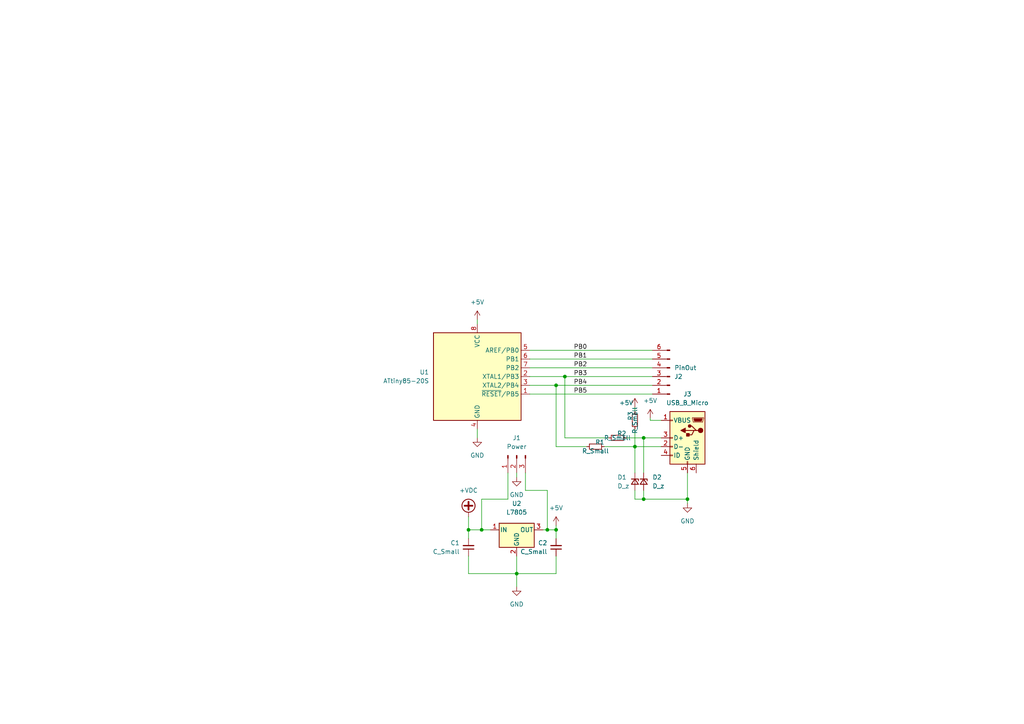
<source format=kicad_sch>
(kicad_sch (version 20211123) (generator eeschema)
  (paper "A4")
  (lib_symbols
    (symbol "Connector:Conn_01x03_Male" (pin_names (offset 1.016) hide)
      (property "Reference" "J" (at 0 5.08 0))
      (property "Value" "Conn_01x03_Male" (at 0 -5.08 0))
      (symbol "Conn_01x03_Male_1_1"
        (polyline (pts (xy 1.27 -2.54) (xy 0.8636 -2.54)) (stroke (width 0.1524)))
        (polyline (pts (xy 1.27 0) (xy 0.8636 0)) (stroke (width 0.1524)))
        (polyline (pts (xy 1.27 2.54) (xy 0.8636 2.54)) (stroke (width 0.1524)))
        (rectangle (start 0.8636 -2.413) (end 0 -2.667) (stroke (width 0.1524)) (fill (type outline)))
        (rectangle (start 0.8636 0.127) (end 0 -0.127) (stroke (width 0.1524)) (fill (type outline)))
        (rectangle (start 0.8636 2.667) (end 0 2.413) (stroke (width 0.1524)) (fill (type outline)))
        (pin passive line (at 5.08 2.54 180) (length 3.81) (name "Pin_1") (number "1"))
        (pin passive line (at 5.08 0 180) (length 3.81) (name "Pin_2") (number "2"))
        (pin passive line (at 5.08 -2.54 180) (length 3.81) (name "Pin_3") (number "3"))
      )
    )
    (symbol "Connector:Conn_01x06_Male" (pin_names (offset 1.016) hide)
      (property "Reference" "J" (at 0 7.62 0))
      (property "Value" "Conn_01x06_Male" (at 0 -10.16 0))
      (symbol "Conn_01x06_Male_1_1"
        (polyline (pts (xy 1.27 -7.62) (xy 0.8636 -7.62)) (stroke (width 0.1524)))
        (polyline (pts (xy 1.27 -5.08) (xy 0.8636 -5.08)) (stroke (width 0.1524)))
        (polyline (pts (xy 1.27 -2.54) (xy 0.8636 -2.54)) (stroke (width 0.1524)))
        (polyline (pts (xy 1.27 0) (xy 0.8636 0)) (stroke (width 0.1524)))
        (polyline (pts (xy 1.27 2.54) (xy 0.8636 2.54)) (stroke (width 0.1524)))
        (polyline (pts (xy 1.27 5.08) (xy 0.8636 5.08)) (stroke (width 0.1524)))
        (rectangle (start 0.8636 -7.493) (end 0 -7.747) (stroke (width 0.1524)) (fill (type outline)))
        (rectangle (start 0.8636 -4.953) (end 0 -5.207) (stroke (width 0.1524)) (fill (type outline)))
        (rectangle (start 0.8636 -2.413) (end 0 -2.667) (stroke (width 0.1524)) (fill (type outline)))
        (rectangle (start 0.8636 0.127) (end 0 -0.127) (stroke (width 0.1524)) (fill (type outline)))
        (rectangle (start 0.8636 2.667) (end 0 2.413) (stroke (width 0.1524)) (fill (type outline)))
        (rectangle (start 0.8636 5.207) (end 0 4.953) (stroke (width 0.1524)) (fill (type outline)))
        (pin passive line (at 5.08 5.08 180) (length 3.81) (name "Pin_1") (number "1"))
        (pin passive line (at 5.08 2.54 180) (length 3.81) (name "Pin_2") (number "2"))
        (pin passive line (at 5.08 0 180) (length 3.81) (name "Pin_3") (number "3"))
        (pin passive line (at 5.08 -2.54 180) (length 3.81) (name "Pin_4") (number "4"))
        (pin passive line (at 5.08 -5.08 180) (length 3.81) (name "Pin_5") (number "5"))
        (pin passive line (at 5.08 -7.62 180) (length 3.81) (name "Pin_6") (number "6"))
      )
    )
    (symbol "Connector:USB_B_Micro" (pin_names (offset 1.016))
      (property "Reference" "J" (at -5.08 11.43 0))
      (property "Value" "USB_B_Micro" (at -5.08 8.89 0))
      (symbol "USB_B_Micro_0_1"
        (rectangle (start -5.08 -7.62) (end 5.08 7.62) (stroke (width 0.254)) (fill (type background)))
        (circle (center -3.81 2.159) (radius 0.635) (stroke (width 0.254)) (fill (type outline)))
        (circle (center -0.635 3.429) (radius 0.381) (stroke (width 0.254)) (fill (type outline)))
        (rectangle (start -0.127 -7.62) (end 0.127 -6.858))
        (polyline (pts (xy -1.905 2.159) (xy 0.635 2.159)) (stroke (width 0.254)))
        (polyline (pts (xy -3.175 2.159) (xy -2.54 2.159) (xy -1.27 3.429) (xy -0.635 3.429)) (stroke (width 0.254)))
        (polyline (pts (xy -2.54 2.159) (xy -1.905 2.159) (xy -1.27 0.889) (xy 0 0.889)) (stroke (width 0.254)))
        (polyline (pts (xy 0.635 2.794) (xy 0.635 1.524) (xy 1.905 2.159) (xy 0.635 2.794)) (stroke (width 0.254)) (fill (type outline)))
        (polyline (pts (xy -4.318 5.588) (xy -1.778 5.588) (xy -2.032 4.826) (xy -4.064 4.826) (xy -4.318 5.588)) (fill (type outline)))
        (polyline (pts (xy -4.699 5.842) (xy -4.699 5.588) (xy -4.445 4.826) (xy -4.445 4.572) (xy -1.651 4.572) (xy -1.651 4.826) (xy -1.397 5.588) (xy -1.397 5.842) (xy -4.699 5.842)))
        (rectangle (start 0.254 1.27) (end -0.508 0.508) (stroke (width 0.254)) (fill (type outline)))
        (rectangle (start 5.08 -5.207) (end 4.318 -4.953))
        (rectangle (start 5.08 -2.667) (end 4.318 -2.413))
        (rectangle (start 5.08 -0.127) (end 4.318 0.127))
        (rectangle (start 5.08 4.953) (end 4.318 5.207))
      )
      (symbol "USB_B_Micro_1_1"
        (pin power_out line (at 7.62 5.08 180) (length 2.54) (name "VBUS") (number "1"))
        (pin bidirectional line (at 7.62 -2.54 180) (length 2.54) (name "D-") (number "2"))
        (pin bidirectional line (at 7.62 0 180) (length 2.54) (name "D+") (number "3"))
        (pin passive line (at 7.62 -5.08 180) (length 2.54) (name "ID") (number "4"))
        (pin power_out line (at 0 -10.16 90) (length 2.54) (name "GND") (number "5"))
        (pin passive line (at -2.54 -10.16 90) (length 2.54) (name "Shield") (number "6"))
      )
    )
    (symbol "Device:C_Small" (pin_numbers hide) (pin_names (offset 0.254) hide)
      (property "Reference" "C" (at 0.254 1.778 0))
      (property "Value" "C_Small" (at 0.254 -2.032 0))
      (symbol "C_Small_0_1"
        (polyline (pts (xy -1.524 -0.508) (xy 1.524 -0.508)) (stroke (width 0.3302)))
        (polyline (pts (xy -1.524 0.508) (xy 1.524 0.508)) (stroke (width 0.3048)))
      )
      (symbol "C_Small_1_1"
        (pin passive line (at 0 2.54 270) (length 2.032) (name "~") (number "1"))
        (pin passive line (at 0 -2.54 90) (length 2.032) (name "~") (number "2"))
      )
    )
    (symbol "Device:D_Zener_Small" (pin_numbers hide) (pin_names (offset 0.254) hide)
      (property "Reference" "D" (at 0 2.286 0))
      (property "Value" "D_Zener_Small" (at 0 -2.286 0))
      (symbol "D_Zener_Small_0_1"
        (polyline (pts (xy 0.762 0) (xy -0.762 0)))
        (polyline (pts (xy -0.254 1.016) (xy -0.762 1.016) (xy -0.762 -1.016)) (stroke (width 0.254)))
        (polyline (pts (xy 0.762 1.016) (xy -0.762 0) (xy 0.762 -1.016) (xy 0.762 1.016)) (stroke (width 0.254)))
      )
      (symbol "D_Zener_Small_1_1"
        (pin passive line (at -2.54 0 0) (length 1.778) (name "K") (number "1"))
        (pin passive line (at 2.54 0 180) (length 1.778) (name "A") (number "2"))
      )
    )
    (symbol "Device:R_Small" (pin_numbers hide) (pin_names (offset 0.254) hide)
      (property "Reference" "R" (at 0.762 0.508 0))
      (property "Value" "R_Small" (at 0.762 -1.016 0))
      (symbol "R_Small_0_1"
        (rectangle (start -0.762 1.778) (end 0.762 -1.778) (stroke (width 0.2032)))
      )
      (symbol "R_Small_1_1"
        (pin passive line (at 0 2.54 270) (length 0.762) (name "~") (number "1"))
        (pin passive line (at 0 -2.54 90) (length 0.762) (name "~") (number "2"))
      )
    )
    (symbol "MCU_Microchip_ATtiny:ATtiny85-20S"
      (property "Reference" "U" (at -12.7 13.97 0))
      (property "Value" "ATtiny85-20S" (at 2.54 -13.97 0))
      (symbol "ATtiny85-20S_0_1"
        (rectangle (start -12.7 -12.7) (end 12.7 12.7) (stroke (width 0.254)) (fill (type background)))
      )
      (symbol "ATtiny85-20S_1_1"
        (pin bidirectional line (at 15.24 -5.08 180) (length 2.54) (name "~{RESET}/PB5") (number "1"))
        (pin bidirectional line (at 15.24 0 180) (length 2.54) (name "XTAL1/PB3") (number "2"))
        (pin bidirectional line (at 15.24 -2.54 180) (length 2.54) (name "XTAL2/PB4") (number "3"))
        (pin power_in line (at 0 -15.24 90) (length 2.54) (name "GND") (number "4"))
        (pin bidirectional line (at 15.24 7.62 180) (length 2.54) (name "AREF/PB0") (number "5"))
        (pin bidirectional line (at 15.24 5.08 180) (length 2.54) (name "PB1") (number "6"))
        (pin bidirectional line (at 15.24 2.54 180) (length 2.54) (name "PB2") (number "7"))
        (pin power_in line (at 0 15.24 270) (length 2.54) (name "VCC") (number "8"))
      )
    )
    (symbol "Regulator_Linear:L7805" (pin_names (offset 0.254))
      (property "Reference" "U" (at -3.81 3.175 0))
      (property "Value" "L7805" (at 0 3.175 0))
      (symbol "L7805_0_1"
        (rectangle (start -5.08 1.905) (end 5.08 -5.08) (stroke (width 0.254)) (fill (type background)))
      )
      (symbol "L7805_1_1"
        (pin power_in line (at -7.62 0 0) (length 2.54) (name "IN") (number "1"))
        (pin power_in line (at 0 -7.62 90) (length 2.54) (name "GND") (number "2"))
        (pin power_out line (at 7.62 0 180) (length 2.54) (name "OUT") (number "3"))
      )
    )
    (symbol "power:+5V" (power) (pin_names (offset 0))
      (property "Value" "+5V" (at 0 3.556 0))
      (symbol "+5V_0_1"
        (polyline (pts (xy -0.762 1.27) (xy 0 2.54)))
        (polyline (pts (xy 0 0) (xy 0 2.54)))
        (polyline (pts (xy 0 2.54) (xy 0.762 1.27)))
      )
      (symbol "+5V_1_1"
        (pin power_in line (at 0 0 90) (length 0) hide (name "+5V") (number "1"))
      )
    )
    (symbol "power:+VDC" (power) (pin_names (offset 0))
      (property "Value" "+VDC" (at 0 6.35 0))
      (symbol "+VDC_0_1"
        (polyline (pts (xy -1.143 3.175) (xy 1.143 3.175)) (stroke (width 0.508)))
        (polyline (pts (xy 0 0) (xy 0 1.27)))
        (polyline (pts (xy 0 2.032) (xy 0 4.318)) (stroke (width 0.508)))
        (circle (center 0 3.175) (radius 1.905) (stroke (width 0.254)))
      )
      (symbol "+VDC_1_1"
        (pin power_in line (at 0 0 90) (length 0) hide (name "+VDC") (number "1"))
      )
    )
    (symbol "power:GND" (power) (pin_names (offset 0))
      (property "Value" "GND" (at 0 -3.81 0))
      (symbol "GND_0_1"
        (polyline (pts (xy 0 0) (xy 0 -1.27) (xy 1.27 -1.27) (xy 0 -2.54) (xy -1.27 -1.27) (xy 0 -1.27)))
      )
      (symbol "GND_1_1"
        (pin power_in line (at 0 0 270) (length 0) hide (name "GND") (number "1"))
      )
    )
  )
  (junction (at 135.89 153.67))
  (junction (at 186.69 144.78))
  (junction (at 161.29 111.76))
  (junction (at 158.75 153.67))
  (junction (at 199.39 144.78))
  (junction (at 139.7 153.67))
  (junction (at 149.86 166.37))
  (junction (at 186.69 127))
  (junction (at 163.83 109.22))
  (junction (at 184.15 129.54))
  (junction (at 161.29 153.67))
  (wire (pts (xy 135.89 149.86) (xy 135.89 153.67)))
  (wire (pts (xy 153.67 106.68) (xy 189.23 106.68)))
  (wire (pts (xy 163.83 127) (xy 176.53 127)))
  (wire (pts (xy 184.15 124.46) (xy 184.15 129.54)))
  (wire (pts (xy 157.48 153.67) (xy 158.75 153.67)))
  (wire (pts (xy 199.39 144.78) (xy 199.39 146.05)))
  (wire (pts (xy 161.29 153.67) (xy 161.29 156.21)))
  (wire (pts (xy 139.7 153.67) (xy 142.24 153.67)))
  (wire (pts (xy 186.69 127) (xy 186.69 137.16)))
  (wire (pts (xy 135.89 153.67) (xy 139.7 153.67)))
  (wire (pts (xy 138.43 92.71) (xy 138.43 93.98)))
  (wire (pts (xy 163.83 109.22) (xy 163.83 127)))
  (wire (pts (xy 135.89 166.37) (xy 149.86 166.37)))
  (wire (pts (xy 158.75 153.67) (xy 161.29 153.67)))
  (wire (pts (xy 186.69 144.78) (xy 199.39 144.78)))
  (wire (pts (xy 184.15 137.16) (xy 184.15 129.54)))
  (wire (pts (xy 152.4 142.24) (xy 158.75 142.24)))
  (wire (pts (xy 188.595 121.285) (xy 188.595 121.92)))
  (wire (pts (xy 161.29 111.76) (xy 189.23 111.76)))
  (wire (pts (xy 135.89 161.29) (xy 135.89 166.37)))
  (wire (pts (xy 135.89 153.67) (xy 135.89 156.21)))
  (wire (pts (xy 153.67 104.14) (xy 189.23 104.14)))
  (wire (pts (xy 184.15 144.78) (xy 186.69 144.78)))
  (wire (pts (xy 138.43 124.46) (xy 138.43 127)))
  (wire (pts (xy 153.67 111.76) (xy 161.29 111.76)))
  (wire (pts (xy 199.39 137.16) (xy 199.39 144.78)))
  (wire (pts (xy 170.18 129.54) (xy 161.29 129.54)))
  (wire (pts (xy 161.29 111.76) (xy 161.29 129.54)))
  (wire (pts (xy 186.69 142.24) (xy 186.69 144.78)))
  (wire (pts (xy 161.29 152.4) (xy 161.29 153.67)))
  (wire (pts (xy 161.29 166.37) (xy 149.86 166.37)))
  (wire (pts (xy 149.86 166.37) (xy 149.86 170.18)))
  (wire (pts (xy 184.15 118.11) (xy 184.15 119.38)))
  (wire (pts (xy 163.83 109.22) (xy 189.23 109.22)))
  (wire (pts (xy 184.15 142.24) (xy 184.15 144.78)))
  (wire (pts (xy 153.67 114.3) (xy 189.23 114.3)))
  (wire (pts (xy 153.67 109.22) (xy 163.83 109.22)))
  (wire (pts (xy 161.29 161.29) (xy 161.29 166.37)))
  (wire (pts (xy 186.69 127) (xy 181.61 127)))
  (wire (pts (xy 147.32 137.16) (xy 147.32 144.78)))
  (wire (pts (xy 149.86 161.29) (xy 149.86 166.37)))
  (wire (pts (xy 153.67 101.6) (xy 189.23 101.6)))
  (wire (pts (xy 191.77 127) (xy 186.69 127)))
  (wire (pts (xy 139.7 144.78) (xy 139.7 153.67)))
  (wire (pts (xy 149.86 137.16) (xy 149.86 138.43)))
  (wire (pts (xy 188.595 121.92) (xy 191.77 121.92)))
  (wire (pts (xy 184.15 129.54) (xy 191.77 129.54)))
  (wire (pts (xy 175.26 129.54) (xy 184.15 129.54)))
  (wire (pts (xy 152.4 137.16) (xy 152.4 142.24)))
  (wire (pts (xy 158.75 142.24) (xy 158.75 153.67)))
  (wire (pts (xy 147.32 144.78) (xy 139.7 144.78)))
  (label "PB3" (at 166.37 109.22 0))
  (label "PB1" (at 166.37 104.14 0))
  (label "PB2" (at 166.37 106.68 0))
  (label "PB0" (at 166.37 101.6 0))
  (label "PB5" (at 166.37 114.3 0))
  (label "PB4" (at 166.37 111.76 0))
  (symbol (lib_id "Regulator_Linear:L7805") (at 149.86 153.67 0) (unit 1)
    (property "Reference" "U2" (at 149.86 146.05 0))
    (property "Value" "L7805" (at 149.86 148.59 0))
    (property "Footprint" "Package_TO_SOT_SMD:TO-252-2" (effects hide))
    (property "Datasheet" "http://www.st.com/content/ccc/resource/technical/document/datasheet/41/4f/b3/b0/12/d4/47/88/CD00000444.pdf/files/CD00000444.pdf/jcr:content/translations/en.CD00000444.pdf" (effects hide))
  )
  (symbol (lib_id "Device:R_Small") (at 179.07 127 90) (mirror x) (unit 1)
    (property "Reference" "R2" (at 180.34 125.73 90))
    (property "Value" "R_Small" (at 179.07 127 90))
    (property "Footprint" "Resistor_SMD:R_0805_2012Metric_Pad1.20x1.40mm_HandSolder" (effects hide))
  )
  (symbol (lib_id "Connector:Conn_01x06_Male") (at 194.31 109.22 180) (unit 1)
    (property "Reference" "J2" (at 195.58 109.2201 0) (effects (justify right)))
    (property "Value" "PinOut" (at 195.58 106.6801 0) (effects (justify right)))
    (property "Footprint" "Connector_PinSocket_2.54mm:PinSocket_1x06_P2.54mm_Vertical" (effects hide))
  )
  (symbol (lib_id "power:GND") (at 199.39 146.05 0) (mirror y) (unit 1)
    (property "Reference" "#PWR0108" (effects hide))
    (property "Value" "GND" (at 199.39 151.13 0))
  )
  (symbol (lib_id "power:GND") (at 149.86 170.18 0) (unit 1)
    (property "Reference" "#PWR0103" (effects hide))
    (property "Value" "GND" (at 149.86 175.26 0))
  )
  (symbol (lib_id "Device:D_Zener_Small") (at 186.69 139.7 270) (unit 1)
    (property "Reference" "D2" (at 189.23 138.4299 90) (effects (justify left)))
    (property "Value" "D_z" (at 189.23 140.9699 90) (effects (justify left)))
    (property "Footprint" "Diode_SMD:D_1206_3216Metric_Pad1.42x1.75mm_HandSolder" (effects hide))
  )
  (symbol (lib_id "Connector:Conn_01x03_Male") (at 149.86 132.08 90) (mirror x) (unit 1)
    (property "Reference" "J1" (at 149.86 127 90))
    (property "Value" "Power" (at 149.86 129.54 90))
    (property "Footprint" "Connector_PinSocket_2.54mm:PinSocket_1x03_P2.54mm_Vertical" (effects hide))
  )
  (symbol (lib_id "Device:C_Small") (at 135.89 158.75 0) (mirror x) (unit 1)
    (property "Reference" "C1" (at 133.35 157.4735 0) (effects (justify right)))
    (property "Value" "C_Small" (at 133.35 160.0135 0) (effects (justify right)))
    (property "Footprint" "Capacitor_SMD:C_0805_2012Metric_Pad1.18x1.45mm_HandSolder" (effects hide))
  )
  (symbol (lib_id "power:+5V") (at 138.43 92.71 0) (unit 1)
    (property "Reference" "#PWR0105" (effects hide))
    (property "Value" "+5V" (at 138.43 87.63 0))
  )
  (symbol (lib_id "power:+5V") (at 161.29 152.4 0) (unit 1)
    (property "Reference" "#PWR0106" (effects hide))
    (property "Value" "+5V" (at 161.29 147.32 0))
  )
  (symbol (lib_id "Device:D_Zener_Small") (at 184.15 139.7 270) (unit 1)
    (property "Reference" "D1" (at 179.07 138.43 90) (effects (justify left)))
    (property "Value" "D_z" (at 179.07 140.97 90) (effects (justify left)))
    (property "Footprint" "Diode_SMD:D_1206_3216Metric_Pad1.42x1.75mm_HandSolder" (effects hide))
  )
  (symbol (lib_id "power:+5V") (at 188.595 121.285 0) (unit 1)
    (property "Reference" "#PWR0109" (effects hide))
    (property "Value" "+5V" (at 188.595 116.205 0))
  )
  (symbol (lib_id "power:+VDC") (at 135.89 149.86 0) (unit 1)
    (property "Reference" "#PWR0101" (effects hide))
    (property "Value" "+VDC" (at 135.89 142.24 0))
  )
  (symbol (lib_id "Device:C_Small") (at 161.29 158.75 0) (mirror x) (unit 1)
    (property "Reference" "C2" (at 158.75 157.4735 0) (effects (justify right)))
    (property "Value" "C_Small" (at 158.75 160.0135 0) (effects (justify right)))
    (property "Footprint" "Capacitor_SMD:C_0805_2012Metric_Pad1.18x1.45mm_HandSolder" (effects hide))
  )
  (symbol (lib_id "Device:R_Small") (at 172.72 129.54 90) (mirror x) (unit 1)
    (property "Reference" "R1" (at 173.99 128.27 90))
    (property "Value" "R_Small" (at 172.72 130.81 90))
    (property "Footprint" "Resistor_SMD:R_0805_2012Metric_Pad1.20x1.40mm_HandSolder" (effects hide))
  )
  (symbol (lib_id "Connector:USB_B_Micro") (at 199.39 127 0) (mirror y) (unit 1)
    (property "Reference" "J3" (at 199.39 114.3 0))
    (property "Value" "USB_B_Micro" (at 199.39 116.84 0))
    (property "Footprint" "Connector_USB:USB_Micro-AB_Molex_47590-0001" (effects hide))
  )
  (symbol (lib_id "power:+5V") (at 184.15 118.11 0) (unit 1)
    (property "Reference" "#PWR0104" (effects hide))
    (property "Value" "+5V" (at 181.61 116.84 0))
  )
  (symbol (lib_id "Device:R_Small") (at 184.15 121.92 0) (mirror x) (unit 1)
    (property "Reference" "R3" (at 182.88 120.65 90))
    (property "Value" "R_Small" (at 184.15 121.92 90))
    (property "Footprint" "Resistor_SMD:R_0805_2012Metric_Pad1.20x1.40mm_HandSolder" (effects hide))
  )
  (symbol (lib_id "power:GND") (at 149.86 138.43 0) (unit 1)
    (property "Reference" "#PWR0102" (effects hide))
    (property "Value" "GND" (at 149.86 143.51 0))
  )
  (symbol (lib_id "MCU_Microchip_ATtiny:ATtiny85-20S") (at 138.43 109.22 0) (unit 1)
    (property "Reference" "U1" (at 124.46 107.9499 0) (effects (justify right)))
    (property "Value" "ATtiny85-20S" (at 124.46 110.4899 0) (effects (justify right)))
    (property "Footprint" "Package_SO:SOIC-8W_5.3x5.3mm_P1.27mm" (effects hide))
    (property "Datasheet" "http://ww1.microchip.com/downloads/en/DeviceDoc/atmel-2586-avr-8-bit-microcontroller-attiny25-attiny45-attiny85_datasheet.pdf" (effects hide))
  )
  (symbol (lib_id "power:GND") (at 138.43 127 0) (unit 1)
    (property "Reference" "#PWR0107" (effects hide))
    (property "Value" "GND" (at 138.43 132.08 0))
  )
)
</source>
